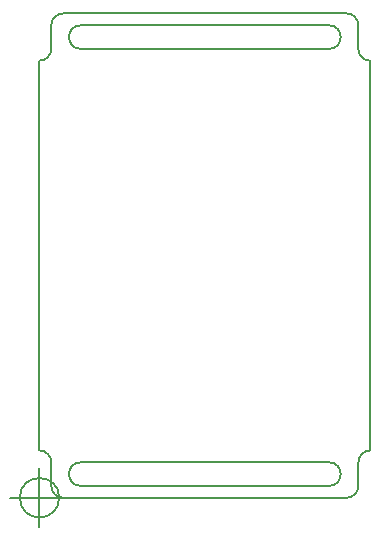
<source format=gm1>
G04 #@! TF.GenerationSoftware,KiCad,Pcbnew,5.0.2-bee76a0~70~ubuntu18.04.1*
G04 #@! TF.CreationDate,2019-02-14T23:13:42+09:00*
G04 #@! TF.ProjectId,GRRNble,4752524e-626c-4652-9e6b-696361645f70,rev?*
G04 #@! TF.SameCoordinates,Original*
G04 #@! TF.FileFunction,Profile,NP*
%FSLAX46Y46*%
G04 Gerber Fmt 4.6, Leading zero omitted, Abs format (unit mm)*
G04 Created by KiCad (PCBNEW 5.0.2-bee76a0~70~ubuntu18.04.1) date 2019年02月14日 23時13分42秒*
%MOMM*%
%LPD*%
G01*
G04 APERTURE LIST*
%ADD10C,0.150000*%
G04 APERTURE END LIST*
D10*
X119750000Y-82650000D02*
X98750000Y-82650000D01*
X119750000Y-80650000D02*
X98750000Y-80650000D01*
X119750000Y-119650000D02*
X98750000Y-119650000D01*
X98750000Y-117650000D02*
X119750000Y-117650000D01*
X98750000Y-117650000D02*
G75*
G03X98750000Y-119650000I0J-1000000D01*
G01*
X96916666Y-120650000D02*
G75*
G03X96916666Y-120650000I-1666666J0D01*
G01*
X92750000Y-120650000D02*
X97750000Y-120650000D01*
X95250000Y-118150000D02*
X95250000Y-123150000D01*
X119750000Y-119650000D02*
G75*
G03X119750000Y-117650000I0J1000000D01*
G01*
X96250000Y-119650000D02*
X96250000Y-117650000D01*
X121250000Y-120650000D02*
X97250000Y-120650000D01*
X122250000Y-117650000D02*
X122250000Y-119650000D01*
X121250000Y-120650000D02*
G75*
G03X122250000Y-119650000I0J1000000D01*
G01*
X96250000Y-119650000D02*
G75*
G03X97250000Y-120650000I1000000J0D01*
G01*
X123250000Y-116650000D02*
G75*
G03X122250000Y-117650000I0J-1000000D01*
G01*
X96250000Y-117650000D02*
G75*
G03X95250000Y-116650000I-1000000J0D01*
G01*
X122250000Y-82650000D02*
G75*
G03X123250000Y-83650000I1000000J0D01*
G01*
X122250000Y-80650000D02*
G75*
G03X121250000Y-79650000I-1000000J0D01*
G01*
X97250000Y-79650000D02*
G75*
G03X96250000Y-80650000I0J-1000000D01*
G01*
X122250000Y-80650000D02*
X122250000Y-82650000D01*
X97250000Y-79650000D02*
X121250000Y-79650000D01*
X96250000Y-82650000D02*
X96250000Y-80650000D01*
X119750000Y-82650000D02*
G75*
G03X119750000Y-80650000I0J1000000D01*
G01*
X98750000Y-80650000D02*
G75*
G03X98750000Y-82650000I0J-1000000D01*
G01*
X95250000Y-83650000D02*
G75*
G03X96250000Y-82650000I0J1000000D01*
G01*
X123250000Y-116650000D02*
X123250000Y-83650000D01*
X95250000Y-83650000D02*
X95250000Y-116650000D01*
M02*

</source>
